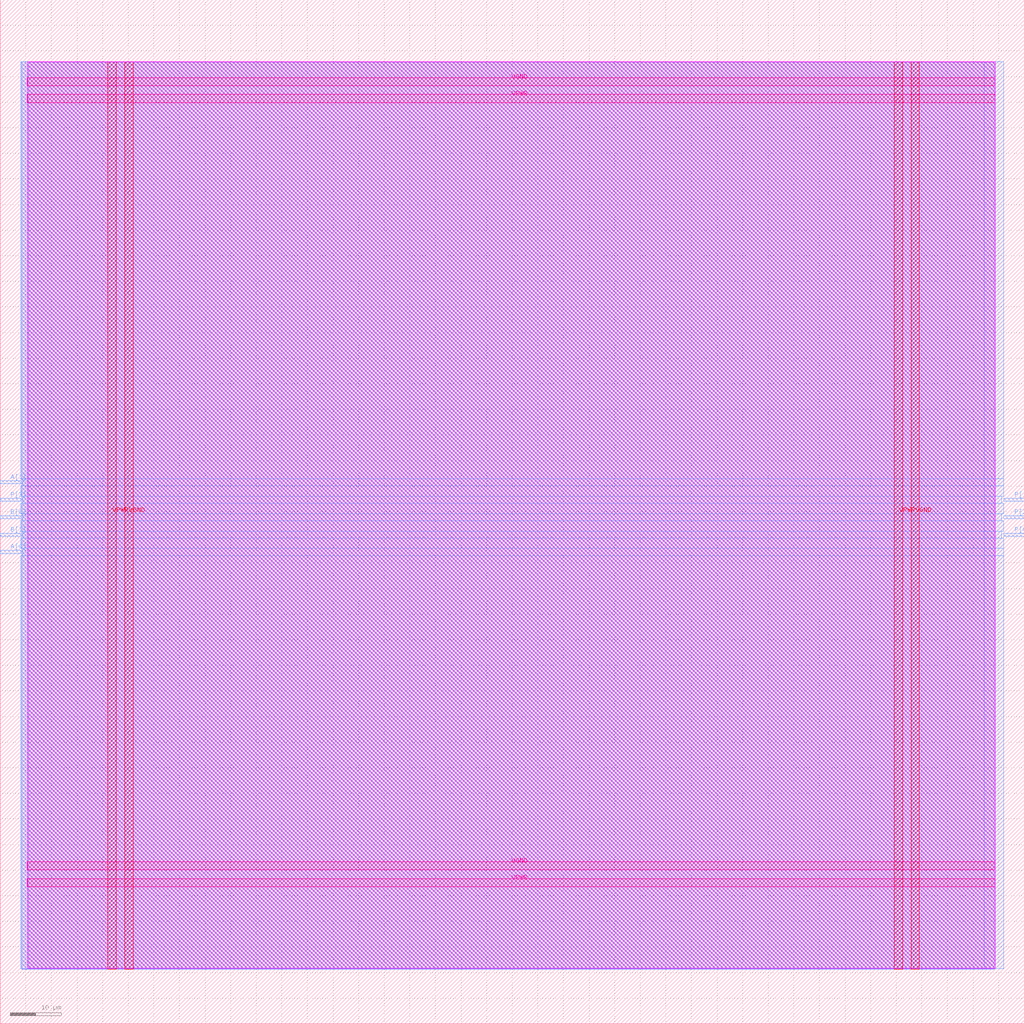
<source format=lef>
VERSION 5.7 ;
  NOWIREEXTENSIONATPIN ON ;
  DIVIDERCHAR "/" ;
  BUSBITCHARS "[]" ;
MACRO mult2
  CLASS BLOCK ;
  FOREIGN mult2 ;
  ORIGIN 0.000 0.000 ;
  SIZE 200.000 BY 200.000 ;
  PIN A[0]
    DIRECTION INPUT ;
    USE SIGNAL ;
    ANTENNAGATEAREA 0.196500 ;
    PORT
      LAYER met3 ;
        RECT 0.000 91.840 4.000 92.440 ;
    END
  END A[0]
  PIN A[1]
    DIRECTION INPUT ;
    USE SIGNAL ;
    ANTENNAGATEAREA 0.196500 ;
    PORT
      LAYER met3 ;
        RECT 0.000 105.440 4.000 106.040 ;
    END
  END A[1]
  PIN B[0]
    DIRECTION INPUT ;
    USE SIGNAL ;
    ANTENNAGATEAREA 0.196500 ;
    PORT
      LAYER met3 ;
        RECT 0.000 98.640 4.000 99.240 ;
    END
  END B[0]
  PIN B[1]
    DIRECTION INPUT ;
    USE SIGNAL ;
    ANTENNAGATEAREA 0.196500 ;
    PORT
      LAYER met3 ;
        RECT 0.000 95.240 4.000 95.840 ;
    END
  END B[1]
  PIN P[0]
    DIRECTION OUTPUT ;
    USE SIGNAL ;
    ANTENNADIFFAREA 0.445500 ;
    PORT
      LAYER met3 ;
        RECT 196.000 95.240 200.000 95.840 ;
    END
  END P[0]
  PIN P[1]
    DIRECTION OUTPUT ;
    USE SIGNAL ;
    ANTENNADIFFAREA 0.445500 ;
    PORT
      LAYER met3 ;
        RECT 196.000 102.040 200.000 102.640 ;
    END
  END P[1]
  PIN P[2]
    DIRECTION OUTPUT ;
    USE SIGNAL ;
    ANTENNADIFFAREA 0.445500 ;
    PORT
      LAYER met3 ;
        RECT 196.000 98.640 200.000 99.240 ;
    END
  END P[2]
  PIN P[3]
    DIRECTION OUTPUT ;
    USE SIGNAL ;
    ANTENNADIFFAREA 0.445500 ;
    PORT
      LAYER met3 ;
        RECT 0.000 102.040 4.000 102.640 ;
    END
  END P[3]
  PIN VGND
    DIRECTION INOUT ;
    USE GROUND ;
    PORT
      LAYER met4 ;
        RECT 24.340 10.640 25.940 187.920 ;
    END
    PORT
      LAYER met4 ;
        RECT 177.940 10.640 179.540 187.920 ;
    END
    PORT
      LAYER met5 ;
        RECT 5.280 30.030 194.360 31.630 ;
    END
    PORT
      LAYER met5 ;
        RECT 5.280 183.210 194.360 184.810 ;
    END
  END VGND
  PIN VPWR
    DIRECTION INOUT ;
    USE POWER ;
    PORT
      LAYER met4 ;
        RECT 21.040 10.640 22.640 187.920 ;
    END
    PORT
      LAYER met4 ;
        RECT 174.640 10.640 176.240 187.920 ;
    END
    PORT
      LAYER met5 ;
        RECT 5.280 26.730 194.360 28.330 ;
    END
    PORT
      LAYER met5 ;
        RECT 5.280 179.910 194.360 181.510 ;
    END
  END VPWR
  OBS
      LAYER nwell ;
        RECT 5.330 10.795 194.310 187.870 ;
      LAYER li1 ;
        RECT 5.520 10.795 194.120 187.765 ;
      LAYER met1 ;
        RECT 4.210 10.640 194.120 187.920 ;
      LAYER met2 ;
        RECT 4.230 10.695 192.190 187.865 ;
      LAYER met3 ;
        RECT 3.990 106.440 196.000 187.845 ;
        RECT 4.400 105.040 196.000 106.440 ;
        RECT 3.990 103.040 196.000 105.040 ;
        RECT 4.400 101.640 195.600 103.040 ;
        RECT 3.990 99.640 196.000 101.640 ;
        RECT 4.400 98.240 195.600 99.640 ;
        RECT 3.990 96.240 196.000 98.240 ;
        RECT 4.400 94.840 195.600 96.240 ;
        RECT 3.990 92.840 196.000 94.840 ;
        RECT 4.400 91.440 196.000 92.840 ;
        RECT 3.990 10.715 196.000 91.440 ;
  END
END mult2
END LIBRARY


</source>
